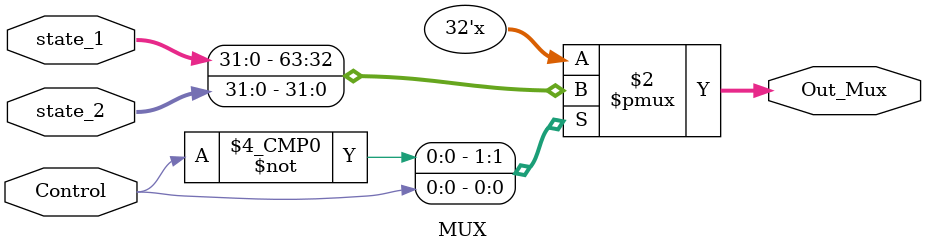
<source format=v>
module MUX #(parameter WIDTH = 32)(
    input wire[WIDTH - 1:0] state_1,
    input wire[WIDTH - 1:0] state_2,
    input wire Control,
    output reg[WIDTH - 1:0] Out_Mux
    );


always @(*) begin
    case (Control)
        1'b0: Out_Mux <= state_1;
        1'b1: Out_Mux <= state_2; 
        default: Out_Mux <= 0;
    endcase
end
endmodule

</source>
